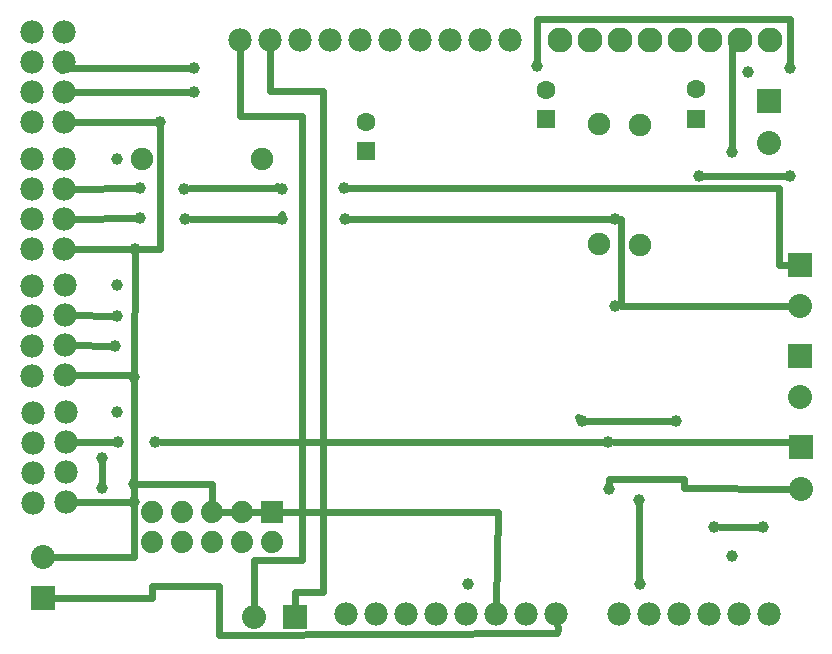
<source format=gbl>
G04 MADE WITH FRITZING*
G04 WWW.FRITZING.ORG*
G04 DOUBLE SIDED*
G04 HOLES PLATED*
G04 CONTOUR ON CENTER OF CONTOUR VECTOR*
%ASAXBY*%
%FSLAX23Y23*%
%MOIN*%
%OFA0B0*%
%SFA1.0B1.0*%
%ADD10C,0.039370*%
%ADD11C,0.078000*%
%ADD12C,0.083307*%
%ADD13C,0.074000*%
%ADD14C,0.080000*%
%ADD15C,0.062992*%
%ADD16C,0.075000*%
%ADD17R,0.074000X0.074000*%
%ADD18R,0.080000X0.080000*%
%ADD19R,0.062992X0.062992*%
%ADD20C,0.024000*%
%LNCOPPER0*%
G90*
G70*
G54D10*
X395Y534D03*
X2331Y390D03*
X2443Y1907D03*
X2582Y1921D03*
X596Y1921D03*
X2584Y1560D03*
X2279Y1562D03*
X595Y1840D03*
X1980Y517D03*
X1978Y674D03*
X468Y674D03*
X343Y674D03*
X289Y621D03*
X291Y519D03*
X399Y1318D03*
X395Y890D03*
X415Y1519D03*
X564Y1518D03*
X891Y1517D03*
X1095Y1519D03*
X2000Y1127D03*
X2000Y1418D03*
X1099Y1416D03*
X891Y1416D03*
X566Y1418D03*
X416Y1419D03*
X2204Y744D03*
X1890Y744D03*
X340Y1095D03*
X334Y995D03*
G54D11*
X2512Y100D03*
X2412Y100D03*
X2312Y100D03*
X2212Y100D03*
X2112Y100D03*
X2012Y100D03*
X1802Y101D03*
X1702Y101D03*
X1602Y101D03*
X1502Y101D03*
X1402Y101D03*
X1302Y101D03*
X1202Y101D03*
X1102Y101D03*
G54D12*
X2518Y2014D03*
X2418Y2014D03*
X2318Y2014D03*
X2218Y2014D03*
X2118Y2014D03*
X2018Y2014D03*
X1918Y2014D03*
X1818Y2014D03*
G54D11*
X1650Y2014D03*
X1550Y2014D03*
X1450Y2014D03*
X1350Y2014D03*
X1250Y2014D03*
X1150Y2014D03*
X1050Y2014D03*
X950Y2014D03*
X850Y2014D03*
X750Y2014D03*
G54D13*
X857Y341D03*
X757Y341D03*
X657Y341D03*
X557Y341D03*
X457Y341D03*
X857Y441D03*
X757Y441D03*
X657Y441D03*
X557Y441D03*
X457Y441D03*
G54D14*
X2619Y656D03*
X2619Y518D03*
G54D11*
X167Y1196D03*
X167Y1096D03*
X167Y996D03*
X167Y896D03*
X59Y772D03*
X59Y672D03*
X59Y572D03*
X59Y472D03*
X169Y774D03*
X169Y674D03*
X169Y574D03*
X169Y474D03*
X57Y1194D03*
X57Y1094D03*
X57Y994D03*
X57Y894D03*
X164Y1618D03*
X164Y1518D03*
X164Y1418D03*
X164Y1318D03*
X55Y1617D03*
X55Y1517D03*
X55Y1417D03*
X55Y1317D03*
X164Y2041D03*
X164Y1941D03*
X164Y1841D03*
X164Y1741D03*
X55Y2039D03*
X55Y1939D03*
X55Y1839D03*
X55Y1739D03*
G54D10*
X396Y474D03*
X339Y1196D03*
X339Y1618D03*
X339Y774D03*
G54D14*
X934Y89D03*
X796Y89D03*
X92Y154D03*
X92Y292D03*
X2514Y1810D03*
X2514Y1672D03*
X2616Y1265D03*
X2616Y1127D03*
X2616Y961D03*
X2616Y823D03*
G54D10*
X1509Y202D03*
G54D15*
X2270Y1750D03*
X2270Y1849D03*
X1770Y1750D03*
X1770Y1848D03*
X1170Y1644D03*
X1170Y1742D03*
G54D16*
X2082Y1330D03*
X2082Y1730D03*
X424Y1618D03*
X824Y1618D03*
X1947Y1335D03*
X1947Y1735D03*
G54D10*
X2082Y202D03*
X2390Y1642D03*
X2389Y294D03*
X2494Y390D03*
X484Y1740D03*
X2080Y480D03*
X1740Y1927D03*
G54D17*
X857Y441D03*
G54D18*
X2619Y656D03*
X934Y89D03*
X92Y154D03*
X2514Y1810D03*
X2616Y1265D03*
X2616Y961D03*
G54D19*
X2270Y1750D03*
X1770Y1750D03*
X1170Y1644D03*
G54D20*
X1609Y441D02*
X688Y441D01*
D02*
X1602Y131D02*
X1609Y441D01*
D02*
X657Y534D02*
X414Y534D01*
D02*
X395Y515D02*
X395Y493D01*
D02*
X657Y472D02*
X657Y534D01*
D02*
X850Y1844D02*
X1026Y1844D01*
D02*
X1026Y1844D02*
X1026Y173D01*
D02*
X1026Y173D02*
X934Y173D01*
D02*
X934Y173D02*
X934Y120D01*
D02*
X850Y1984D02*
X850Y1844D01*
D02*
X796Y279D02*
X796Y120D01*
D02*
X958Y279D02*
X796Y279D01*
D02*
X958Y1762D02*
X958Y279D01*
D02*
X750Y1762D02*
X958Y1762D01*
D02*
X750Y1984D02*
X750Y1762D01*
D02*
X2475Y390D02*
X2350Y390D01*
D02*
X577Y1921D02*
X157Y1921D01*
D02*
X157Y1921D02*
X154Y1913D01*
D02*
X2565Y1560D02*
X2298Y1562D01*
D02*
X576Y1840D02*
X194Y1841D01*
D02*
X2619Y674D02*
X1997Y674D01*
D02*
X2619Y687D02*
X2619Y674D01*
D02*
X324Y674D02*
X199Y674D01*
D02*
X1959Y674D02*
X487Y674D01*
D02*
X290Y602D02*
X291Y538D01*
D02*
X395Y871D02*
X395Y553D01*
D02*
X399Y1299D02*
X395Y909D01*
D02*
X197Y896D02*
X395Y896D01*
D02*
X395Y896D02*
X395Y909D01*
D02*
X484Y1318D02*
X418Y1318D01*
D02*
X484Y1721D02*
X484Y1318D01*
D02*
X194Y1741D02*
X465Y1740D01*
D02*
X885Y1520D02*
X874Y1527D01*
D02*
X2547Y1519D02*
X2547Y1265D01*
D02*
X1114Y1519D02*
X2547Y1519D01*
D02*
X2547Y1265D02*
X2585Y1265D01*
D02*
X583Y1519D02*
X885Y1520D01*
D02*
X194Y1518D02*
X396Y1519D01*
D02*
X2019Y1127D02*
X2585Y1127D01*
D02*
X2019Y1127D02*
X2019Y1127D01*
D02*
X2019Y1418D02*
X2019Y1127D01*
D02*
X2019Y1418D02*
X2019Y1418D01*
D02*
X1118Y1416D02*
X1981Y1418D01*
D02*
X891Y1418D02*
X891Y1435D01*
D02*
X585Y1418D02*
X891Y1418D01*
D02*
X194Y1418D02*
X397Y1419D01*
D02*
X2185Y744D02*
X1890Y744D01*
D02*
X1890Y744D02*
X1877Y757D01*
D02*
X321Y1095D02*
X197Y1096D01*
D02*
X315Y995D02*
X197Y996D01*
D02*
X377Y474D02*
X199Y474D01*
D02*
X380Y1318D02*
X194Y1318D01*
D02*
X679Y31D02*
X681Y193D01*
D02*
X1806Y36D02*
X679Y31D01*
D02*
X1809Y51D02*
X1806Y36D01*
D02*
X458Y154D02*
X199Y154D01*
D02*
X458Y194D02*
X458Y154D01*
D02*
X681Y193D02*
X458Y194D01*
D02*
X199Y154D02*
X123Y154D01*
D02*
X1806Y71D02*
X1809Y51D01*
D02*
X396Y392D02*
X396Y292D01*
D02*
X396Y292D02*
X199Y292D01*
D02*
X199Y292D02*
X123Y292D01*
D02*
X396Y455D02*
X396Y392D01*
D02*
X2390Y2013D02*
X2390Y1661D01*
D02*
X2385Y2012D02*
X2390Y2013D01*
D02*
X1980Y549D02*
X2229Y549D01*
D02*
X2229Y549D02*
X2229Y519D01*
D02*
X1980Y536D02*
X1980Y549D01*
D02*
X2229Y519D02*
X2588Y518D01*
D02*
X2080Y461D02*
X2081Y221D01*
D02*
X1740Y1946D02*
X1740Y2084D01*
D02*
X1740Y2084D02*
X2582Y2084D01*
D02*
X2582Y2084D02*
X2582Y1940D01*
G04 End of Copper0*
M02*
</source>
